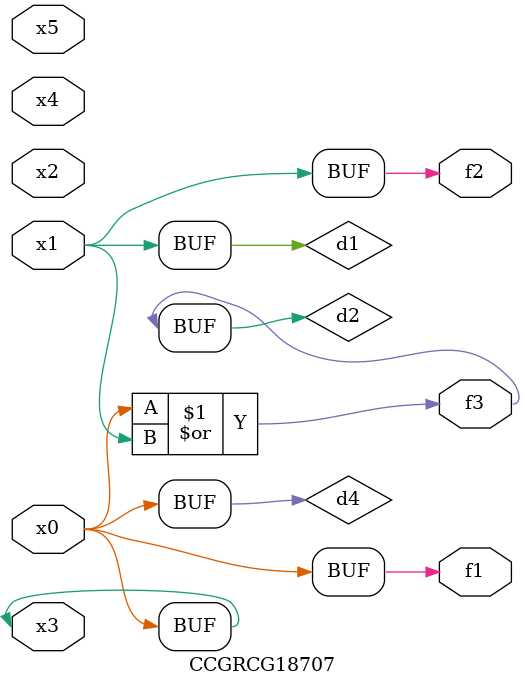
<source format=v>
module CCGRCG18707(
	input x0, x1, x2, x3, x4, x5,
	output f1, f2, f3
);

	wire d1, d2, d3, d4;

	and (d1, x1);
	or (d2, x0, x1);
	nand (d3, x0, x5);
	buf (d4, x0, x3);
	assign f1 = d4;
	assign f2 = d1;
	assign f3 = d2;
endmodule

</source>
